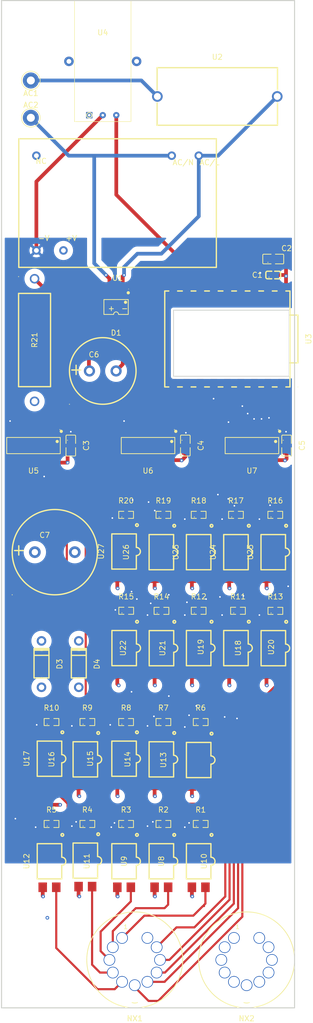
<source format=kicad_pcb>
(kicad_pcb (version 20241229) (generator "pcbnew") (generator_version "9.0")
  (layers (0 "F.Cu" signal) (4 "In1.Cu" signal) (6 "In2.Cu" signal) (2 "B.Cu" signal) (13 "F.Paste" user) (15 "B.Paste" user) (5 "F.SilkS" user "F.Silkscreen") (7 "B.SilkS" user "B.Silkscreen") (1 "F.Mask" user) (3 "B.Mask" user) (25 "Edge.Cuts" user))
  (net 0 "")
  (net 1 "Net-(AC1-Pad1)")
  (net 2 "AC2")
  (net 3 "+5V")
  (net 4 "GND")
  (net 5 "GND-HV")
  (net 6 "+325V")
  (net 7 "+182V")
  (net 8 "AC1")
  (net 9 "Net-(D3-A)")
  (net 10 "/NixieDigit10/Nixie")
  (net 11 "/NixieDigit4/Nixie")
  (net 12 "/NixieDigit3/Nixie")
  (net 13 "/NixieDigit5/Nixie")
  (net 14 "/NixieDigit8/Nixie")
  (net 15 "/NixieDigit6/Nixie")
  (net 16 "/NixieDigit9/Nixie")
  (net 17 "/NixieDigit7/Nixie")
  (net 18 "/NixieDigit1/Nixie")
  (net 19 "/NixieDigit2/Nixie")
  (net 20 "/NixieDigit16/Nixie")
  (net 21 "/NixieDigit11/Nixie")
  (net 22 "/NixieDigit12/Nixie")
  (net 23 "/NixieDigit17/Nixie")
  (net 24 "/NixieDigit20/Nixie")
  (net 25 "/NixieDigit18/Nixie")
  (net 26 "/NixieDigit19/Nixie")
  (net 27 "/NixieDigit15/Nixie")
  (net 28 "/NixieDigit14/Nixie")
  (net 29 "/NixieDigit13/Nixie")
  (net 30 "/NixieDigit1/Digital")
  (net 31 "Net-(U10-A)")
  (net 32 "Net-(U8-A)")
  (net 33 "/NixieDigit2/Digital")
  (net 34 "Net-(U9-A)")
  (net 35 "/NixieDigit3/Digital")
  (net 36 "Net-(U11-A)")
  (net 37 "/NixieDigit4/Digital")
  (net 38 "Net-(U12-A)")
  (net 39 "/NixieDigit5/Digital")
  (net 40 "/NixieDigit6/Digital")
  (net 41 "Net-(U13-A)")
  (net 42 "Net-(U14-A)")
  (net 43 "/NixieDigit7/Digital")
  (net 44 "Net-(U15-A)")
  (net 45 "/NixieDigit8/Digital")
  (net 46 "/NixieDigit9/Digital")
  (net 47 "Net-(U16-A)")
  (net 48 "/NixieDigit10/Digital")
  (net 49 "Net-(U17-A)")
  (net 50 "/NixieDigit12/Digital")
  (net 51 "Net-(U18-A)")
  (net 52 "/NixieDigit13/Digital")
  (net 53 "Net-(U19-A)")
  (net 54 "Net-(U20-A)")
  (net 55 "/NixieDigit11/Digital")
  (net 56 "/NixieDigit14/Digital")
  (net 57 "Net-(U21-A)")
  (net 58 "/NixieDigit15/Digital")
  (net 59 "Net-(U22-A)")
  (net 60 "Net-(U23-A)")
  (net 61 "/NixieDigit16/Digital")
  (net 62 "/NixieDigit17/Digital")
  (net 63 "Net-(U24-A)")
  (net 64 "/NixieDigit18/Digital")
  (net 65 "Net-(U25-A)")
  (net 66 "Net-(U26-A)")
  (net 67 "/NixieDigit19/Digital")
  (net 68 "/NixieDigit20/Digital")
  (net 69 "Net-(U27-A)")
  (net 75 "/Clock")
  (net 76 "/Latch")
  (net 78 "/Data")
  (net 81 "Net-(U3-GP3)")
  (net 83 "/Enable")
  (net 89 "Net-(U5-Q7S)")
  (net 90 "Net-(U6-Q7S)")
  (footprint "footprints:C0805" (layer "F.Cu") (at 254.5 138 -90)
    (property "Reference" "C4")
    (property "Value" "100nF 50V X7R")
  )
  (footprint "footprints:R0603" (layer "F.Cu") (at 243.381306 189.875692)
    (property "Reference" "R8")
    (property "Value" "FRC0603F6340TS")
  )
  (footprint "footprints:C0603" (layer "F.Cu") (at 271 106)
    (property "Reference" "C1")
    (property "Value" "CL10A475KO8NNNC")
  )
  (footprint "footprints:DO-41_BD2.4-L4.7-P8.70-D0.8-RD" (layer "F.Cu") (at 234.5 179 -90)
    (property "Reference" "D4")
    (property "Value" "2EZ91D5")
  )
  (footprint "footprints:SMD-4_L4.6-W6.4-P2.54-LS10.0-BR" (layer "F.Cu") (at 271.018694 176.015659 90)
    (property "Reference" "U20")
    (property "Value" "KAQY214ATLD")
  )
  (footprint "footprints:C0805" (layer "F.Cu") (at 273.5 138 -90)
    (property "Reference" "C5")
    (property "Value" "100nF 50V X7R")
  )
  (footprint "footprints:SMD-4_L4.6-W6.4-P2.54-LS10.0-BR" (layer "F.Cu") (at 229 216 90)
    (property "Reference" "U12")
    (property "Value" "KAQY214ATLD")
  )
  (footprint "footprints:R0603" (layer "F.Cu") (at 264.381306 169)
    (property "Reference" "R11")
    (property "Value" "FRC0603F6340TS")
  )
  (footprint "footprints:CAP-TH_BD16.0-P7.50-D1.2-FD" (layer "F.Cu") (at 230 158)
    (property "Reference" "C7")
    (property "Value" "450BXW47MEFR16X25")
  )
  (footprint "footprints:SMD-4_L4.6-W6.4-P2.54-LS10.0-BR" (layer "F.Cu") (at 257 197 90)
    (property "Reference" "U13")
    (property "Value" "KAQY214ATLD")
  )
  (footprint "footprints:SMD-4_L4.6-W6.4-P2.54-LS10.0-BR" (layer "F.Cu") (at 257 158 90)
    (property "Reference" "U25")
    (property "Value" "KAQY214ATLD")
  )
  (footprint "footprints:R0603" (layer "F.Cu") (at 236.111202 189.875692)
    (property "Reference" "R9")
    (property "Value" "FRC0603F6340TS")
  )
  (footprint "footprints:R0603" (layer "F.Cu") (at 243.4 169)
    (property "Reference" "R15")
    (property "Value" "FRC0603F6340TS")
  )
  (footprint "footprints:R0603" (layer "F.Cu") (at 257 169)
    (property "Reference" "R12")
    (property "Value" "FRC0603F6340TS")
  )
  (footprint "footprints:C0805" (layer "F.Cu") (at 271 103)
    (property "Reference" "C2")
    (property "Value" "100nF 50V X7R")
  )
  (footprint "footprints:R0603" (layer "F.Cu") (at 264 151)
    (property "Reference" "R17")
    (property "Value" "FRC0603F6340TS")
  )
  (footprint "footprints:RES-TH_BD6.0-L17.5-P21.50-D0.8" (layer "F.Cu") (at 226.2 118.2 -90)
    (property "Reference" "R21")
    (property "Value" "CFR03SJ0153AA0_15k")
  )
  (footprint "footprints:SMD-4_L4.6-W6.4-P2.54-LS10.0-BR" (layer "F.Cu") (at 243 216 90)
    (property "Reference" "U9")
    (property "Value" "KAQY214ATLD")
  )
  (footprint "footprints:R0603" (layer "F.Cu") (at 257.381306 209)
    (property "Reference" "R1")
    (property "Value" "FRC0603F6340TS")
  )
  (footprint "footprints:SMD-4_L4.6-W6.4-P2.54-LS10.0-BR" (layer "F.Cu") (at 235.729896 215.875641 90)
    (property "Reference" "U11")
    (property "Value" "KAQY214ATLD")
  )
  (footprint "footprints:SOIC-16_L9.9-W3.9-P1.27-LS6.0-BL" (layer "F.Cu") (at 247.5 138 180)
    (property "Reference" "U6")
    (property "Value" "74HC595D,118")
  )
  (footprint "footprints:SMD-4_L4.6-W6.4-P2.54-LS10.0-BR" (layer "F.Cu") (at 250 216 90)
    (property "Reference" "U8")
    (property "Value" "KAQY214ATLD")
  )
  (footprint "footprints:SOIC-16_L9.9-W3.9-P1.27-LS6.0-BL" (layer "F.Cu") (at 267 138 180)
    (property "Reference" "U7")
    (property "Value" "74HC595D,118")
  )
  (footprint "footprints:R0603" (layer "F.Cu") (at 250.381306 209)
    (property "Reference" "R2")
    (property "Value" "FRC0603F6340TS")
  )
  (footprint "footprints:R0603" (layer "F.Cu") (at 257.381306 189.875692)
    (property "Reference" "R6")
    (property "Value" "FRC0603F6340TS")
  )
  (footprint "footprints:FUSE-TH_L22.5-W10.8-P22.50_0031.8201.G" (layer "F.Cu") (at 260.5 72.5)
    (property "Reference" "U2")
    (property "Value" "16A 20mm 500V 5mm Plugin Fuse")
  )
  (footprint "footprints:R0603" (layer "F.Cu") (at 229.381306 209)
    (property "Reference" "R5")
    (property "Value" "FRC0603F6340TS")
  )
  (footprint "footprints:IN-8_NIXIE" (layer "F.Cu") (at 245 234.5 180)
    (property "Reference" "NX1")
    (property "Value" "IN-8")
  )
  (footprint "footprints:R0603" (layer "F.Cu") (at 250.018694 169.015659)
    (property "Reference" "R14")
    (property "Value" "FRC0603F6340TS")
  )
  (footprint "footprints:R0603" (layer "F.Cu") (at 229.381306 189.875692)
    (property "Reference" "R10")
    (property "Value" "FRC0603F6340TS")
  )
  (footprint "footprints:SMD-4_L4.6-W6.4-P2.54-LS10.0-BR" (layer "F.Cu") (at 257 176 90)
    (property "Reference" "U19")
    (property "Value" "KAQY214ATLD")
  )
  (footprint "TestPoint:TestPoint_THTPad_D3.0mm_Drill1.5mm" (layer "F.Cu") (at 225.5 69.5 180)
    (property "Reference" "AC1")
    (property "Value" "AC ~ 230V")
  )
  (footprint "footprints:PWRM-TH_IRM-03-5-DIP5" (layer "F.Cu") (at 241.780036 92.5 180)
    (property "Reference" "U1")
    (property "Value" "IRM-03-5")
  )
  (footprint "footprints:SOIC-16_L9.9-W3.9-P1.27-LS6.0-BL" (layer "F.Cu") (at 226 138 180)
    (property "Reference" "U5")
    (property "Value" "74HC595D,118")
  )
  (footprint "footprints:SMD-4_L4.6-W6.4-P2.54-LS10.0-BR" (layer "F.Cu") (at 229 196.751333 90)
    (property "Reference" "U17")
    (property "Value" "KAQY214ATLD")
  )
  (footprint "footprints:COMM-SMD_ESP32-ZERO" (layer "F.Cu") (at 261.835027 118 -90)
    (property "Reference" "U3")
    (property "Value" "ESP32-ZERO")
    (fp_poly (pts (xy -5.4 -12.1524) (xy -5.4 9.54765) (xy 6.999924 9.54765) (xy 6.999924 -12.1524)) (stroke (width 0.15)) (fill no) (layer "Edge.Cuts"))
  )
  (footprint "footprints:R0603" (layer "F.Cu") (at 271.4 169.015659)
    (property "Reference" "R13")
    (property "Value" "FRC0603F6340TS")
  )
  (footprint "footprints:SMD-4_L4.6-W6.4-P2.54-LS10.0-BR" (layer "F.Cu") (at 257 216 90)
    (property "Reference" "U10")
    (property "Value" "KAQY214ATLD")
  )
  (footprint "footprints:C0805" (layer "F.Cu") (at 233 138 -90)
    (property "Reference" "C3")
    (property "Value" "100nF 50V X7R")
  )
  (footprint "footprints:SMD-4_L4.6-W6.4-P2.54-LS10.0-BR" (layer "F.Cu") (at 250 196.875692 90)
    (property "Reference" "U14")
    (property "Value" "KAQY214ATLD")
  )
  (footprint "footprints:R0603" (layer "F.Cu") (at 257 151)
    (property "Reference" "R18")
    (property "Value" "FRC0603F6340TS")
  )
  (footprint "footprints:R0603" (layer "F.Cu") (at 243.381306 209)
    (property "Reference" "R3")
    (property "Value" "FRC0603F6340TS")
  )
  (footprint "footprints:R0603" (layer "F.Cu") (at 236.111202 209)
    (property "Reference" "R4")
    (property "Value" "FRC0603F6340TS")
  )
  (footprint "footprints:SMD-4_L4.6-W6.4-P2.54-LS10.0-BR" (layer "F.Cu") (at 243.018694 176 90)
    (property "Reference" "U22")
    (property "Value" "KAQY214ATLD")
  )
  (footprint "footprints:SMD-4_L4.6-W6.4-P2.54-LS10.0-BR" (layer "F.Cu") (at 235.729896 196.875692 90)
    (property "Reference" "U16")
    (property "Value" "KAQY214ATLD")
  )
  (footprint "footprints:IN-8_NIXIE" (layer "F.Cu") (at 266 234.5 180)
    (property "Reference" "NX2")
    (property "Value" "IN-8")
  )
  (footprint "footprints:SMD-4_L4.6-W6.4-P2.54-LS10.0-BR" (layer "F.Cu") (at 243 196.751333 90)
    (property "Reference" "U15")
    (property "Value" "KAQY214ATLD")
  )
  (footprint "footprints:R0603" (layer "F.Cu") (at 250.381306 151)
    (property "Reference" "R19")
    (property "Value" "FRC0603F6340TS")
  )
  (footprint "footprints:CAP-TH_BD12.5-P5.00-D0.6-FD" (layer "F.Cu") (at 239 124)
    (property "Reference" "C6")
    (property "Value" "33uF 500V 5R5-ESR")
  )
  (footprint "footprints:HALL-SENSOR_5P-P2.54-H13.5" (layer "F.Cu") (at 239 76.0125)
    (property "Reference" "U4")
    (property "Value" "QNHC3")
  )
  (footprint "footprints:SMD-4_L4.6-W6.4-P2.54-LS10.0-BR" (layer "F.Cu") (at 264 176 90)
    (property "Reference" "U18")
    (property "Value" "KAQY214ATLD")
  )
  (footprint "TestPoint:TestPoint_THTPad_D3.0mm_Drill1.5mm" (layer "F.Cu") (at 225.5 76.5)
    (property "Reference" "AC2")
    (property "Value" "AC ~ 230V")
  )
  (footprint "footprints:DO-41_BD2.4-L4.7-P8.70-D0.8-RD" (layer "F.Cu") (at 227.5 179 -90)
    (property "Reference" "D3")
    (property "Value" "2EZ91D5")
  )
  (footprint "footprints:SMD-4_L4.6-W6.4-P2.54-LS10.0-BR" (layer "F.Cu") (at 271 158 90)
    (property "Reference" "U23")
    (property "Value" "KAQY214ATLD")
  )
  (footprint "footprints:R0603" (layer "F.Cu") (at 271.381306 151)
    (property "Reference" "R16")
    (property "Value" "FRC0603F6340TS")
  )
  (footprint "footprints:MBS_L4.7-W4.0-P2.50-LS7.0-BL" (layer "F.Cu") (at 241.5 112 180)
    (property "Reference" "D1")
    (property "Value" "MB26S_C475740")
  )
  (footprint "footprints:R0603" (layer "F.Cu") (at 243.381306 151)
    (property "Reference" "R20")
    (property "Value" "FRC0603F6340TS")
  )
  (footprint "footprints:SMD-4_L4.6-W6.4-P2.54-LS10.0-BR" (layer "F.Cu") (at 264 158 90)
    (property "Reference" "U24")
    (property "Value" "KAQY214ATLD")
  )
  (footprint "footprints:SMD-4_L4.6-W6.4-P2.54-LS10.0-BR" (layer "F.Cu") (at 250.018694 176.015659 90)
    (property "Reference" "U21")
    (property "Value" "KAQY214ATLD")
  )
  (footprint "footprints:SMD-4_L4.6-W6.4-P2.54-LS10.0-BR" (layer "F.Cu") (at 243 157.875641 90)
    (property "Reference" "U27")
    (property "Value" "KAQY214ATLD")
  )
  (footprint "footprints:SMD-4_L4.6-W6.4-P2.54-LS10.0-BR" (layer "F.Cu") (at 250 158 90)
    (property "Reference" "U26")
    (property "Value" "KAQY214ATLD")
  )
  (footprint "footprints:R0603" (layer "F.Cu") (at 250.381306 189.875692)
    (property "Reference" "R7")
    (property "Value" "FRC0603F6340TS")
  )
  (gr_rect (start 220 54.5) (end 275 243.5) (stroke (width 0.2)) (fill no) (layer "Edge.Cuts"))
  (segment (start 225.5 69.5) (end 246.250064 69.5) (width 0.7) (layer "B.Cu") (net 1))
  (segment (start 246.250064 69.5) (end 249.250064 72.5) (width 0.7) (layer "B.Cu") (net 1))
  (segment (start 240.249809 106.649809) (end 239.6 106) (width 0.7) (layer "F.Cu") (net 2))
  (segment (start 240.249809 109.1524) (end 240.249809 106.649809) (width 0.7) (layer "F.Cu") (net 2))
  (via (at 239.6 106) (size 0.7) (drill 0.3) (layers "F.Cu" "B.Cu") (net 2))
  (segment (start 237.4 103.8) (end 237.4 83.609982) (width 0.7) (layer "B.Cu") (net 2))
  (segment (start 237.4 83.609982) (end 251.940056 83.609982) (width 0.7) (layer "B.Cu") (net 2))
  (segment (start 239.6 106) (end 237.4 103.8) (width 0.7) (layer "B.Cu") (net 2))
  (segment (start 232.609982 83.609982) (end 237.4 83.609982) (width 0.7) (layer "B.Cu") (net 2))
  (segment (start 225.5 76.5) (end 232.609982 83.609982) (width 0.7) (layer "B.Cu") (net 2))
  (segment (start 254.5 139) (end 254.5 140.1) (width 0.7) (layer "F.Cu") (net 3))
  (segment (start 232.4 141.2) (end 230.909424 141.2) (width 0.7) (layer "F.Cu") (net 3))
  (segment (start 273.135585 140.735585) (end 273.2 140.8) (width 0.7) (layer "F.Cu") (net 3))
  (segment (start 230.909424 141.2) (end 230.445009 140.735585) (width 0.7) (layer "F.Cu") (net 3))
  (segment (start 230.445009 140.735585) (end 230.445009 141.645009) (width 0.7) (layer "F.Cu") (net 3))
  (segment (start 273.4 106.2) (end 273.4 108.640005) (width 0.7) (layer "F.Cu") (net 3))
  (segment (start 273.4 104.4) (end 273.4 106.2) (width 0.7) (layer "F.Cu") (net 3))
  (segment (start 271.445009 140.735585) (end 273.135585 140.735585) (width 0.7) (layer "F.Cu") (net 3))
  (segment (start 232.4 141.2) (end 232.4 139.6) (width 0.7) (layer "F.Cu") (net 3))
  (segment (start 253.735585 140.735585) (end 253.8 140.8) (width 0.7) (layer "F.Cu") (net 3))
  (segment (start 272 103) (end 273.4 104.4) (width 0.7) (layer "F.Cu") (net 3))
  (segment (start 273.4 108.640005) (end 272.540005 109.5) (width 0.7) (layer "F.Cu") (net 3))
  (segment (start 232.4 139.6) (end 233 139) (width 0.7) (layer "F.Cu") (net 3))
  (segment (start 251.945009 140.735585) (end 253.735585 140.735585) (width 0.7) (layer "F.Cu") (net 3))
  (segment (start 254.5 140.1) (end 253.8 140.8) (width 0.7) (layer "F.Cu") (net 3))
  (segment (start 273.5 139) (end 273.5 140.5) (width 0.7) (layer "F.Cu") (net 3))
  (segment (start 271.700025 106) (end 273.2 106) (width 0.7) (layer "F.Cu") (net 3))
  (segment (start 273.2 106) (end 273.4 106.2) (width 0.7) (layer "F.Cu") (net 3))
  (segment (start 273.5 140.5) (end 273.2 140.8) (width 0.7) (layer "F.Cu") (net 3))
  (via (at 273.2 140.8) (size 0.7) (drill 0.3) (layers "F.Cu" "B.Cu") (net 3))
  (via (at 273.4 106.2) (size 0.7) (drill 0.3) (layers "F.Cu" "B.Cu") (net 3))
  (via (at 253.8 140.8) (size 0.7) (drill 0.3) (layers "F.Cu" "B.Cu") (net 3))
  (via (at 232.4 141.2) (size 0.7) (drill 0.3) (layers "F.Cu" "B.Cu") (net 3))
  (segment (start 234.459995 211) (end 234.459995 210.659995) (width 0.7) (layer "F.Cu") (net 4))
  (segment (start 234.459995 210.659995) (end 233.2 209.4) (width 0.7) (layer "F.Cu") (net 4))
  (segment (start 269.724359 153.124359) (end 269.730099 153.124359) (width 0.7) (layer "F.Cu") (net 4))
  (segment (start 255.724359 171.124359) (end 255.730099 171.124359) (width 0.7) (layer "F.Cu") (net 4))
  (segment (start 226.540006 88.472494) (end 226.540006 101.390018) (width 0.7) (layer "F.Cu") (net 4))
  (segment (start 233 137) (end 233 135.4) (width 0.7) (layer "F.Cu") (net 4))
  (segment (start 241.730099 153) (end 240.6 151.869901) (width 0.7) (layer "F.Cu") (net 4))
  (segment (start 254.4 190.8) (end 255.724359 192.124359) (width 0.7) (layer "F.Cu") (net 4))
  (segment (start 262.554991 133.645009) (end 262.6 133.6) (width 0.7) (layer "F.Cu") (net 4))
  (segment (start 239 76.0125) (end 226.540006 88.472494) (width 0.7) (layer "F.Cu") (net 4))
  (segment (start 241.730099 210.730099) (end 240.6 209.6) (width 0.7) (layer "F.Cu") (net 4))
  (segment (start 262.724359 171.124359) (end 262.730099 171.124359) (width 0.7) (layer "F.Cu") (net 4))
  (segment (start 248.730099 153.124359) (end 248.414482 152.808742) (width 0.7) (layer "F.Cu") (net 4))
  (segment (start 248.724359 171.124359) (end 248.730099 171.124359) (width 0.7) (layer "F.Cu") (net 4))
  (segment (start 227.730099 210.930099) (end 226.4 209.6) (width 0.7) (layer "F.Cu") (net 4))
  (segment (start 248.730099 210.730099) (end 247.4 209.4) (width 0.7) (layer "F.Cu") (net 4))
  (segment (start 247.4 190.6) (end 247.4 190.669952) (width 0.7) (layer "F.Cu") (net 4))
  (segment (start 240.4 190.545593) (end 241.730099 191.875692) (width 0.7) (layer "F.Cu") (net 4))
  (segment (start 233.2 190.740056) (end 234.459995 192.000051) (width 0.7) (layer "F.Cu") (net 4))
  (segment (start 254.5 135.7) (end 254.6 135.6) (width 0.7) (layer "F.Cu") (net 4))
  (segment (start 262.554991 135.264415) (end 262.554991 133.645009) (width 0.7) (layer "F.Cu") (net 4))
  (segment (start 255.730099 210.930099) (end 254.4 209.6) (width 0.7) (layer "F.Cu") (net 4))
  (segment (start 221.554991 133.445009) (end 221.6 133.4) (width 0.7) (layer "F.Cu") (net 4))
  (segment (start 240.465686 169.859946) (end 240.465686 169.734314) (width 0.7) (layer "F.Cu") (net 4))
  (segment (start 240.4 190.4) (end 240.4 190.545593) (width 0.7) (layer "F.Cu") (net 4))
  (segment (start 227.730099 191.530099) (end 226.6 190.4) (width 0.7) (layer "F.Cu") (net 4))
  (segment (start 269.724359 171.124359) (end 269.730099 171.124359) (width 0.7) (layer "F.Cu") (net 4))
  (segment (start 268.4 169.8) (end 269.724359 171.124359) (width 0.7) (layer "F.Cu") (net 4))
  (segment (start 247.4 190.669952) (end 248.730099 192.000051) (width 0.7) (layer "F.Cu") (net 4))
  (segment (start 227.730099 211.124359) (end 227.730099 210.930099) (width 0.7) (layer "F.Cu") (net 4))
  (segment (start 273.5 137) (end 273.5 135.5) (width 0.7) (layer "F.Cu") (net 4))
  (segment (start 273.5 135.5) (end 273.4 135.4) (width 0.7) (layer "F.Cu") (net 4))
  (segment (start 261.4 151.8) (end 262.724359 153.124359) (width 0.7) (layer "F.Cu") (net 4))
  (segment (start 270 103) (end 270 104.2) (width 0.7) (layer "F.Cu") (net 4))
  (segment (start 254.4 169.8) (end 255.724359 171.124359) (width 0.7) (layer "F.Cu") (net 4))
  (segment (start 255.724359 192.124359) (end 255.730099 192.124359) (width 0.7) (layer "F.Cu") (net 4))
  (segment (start 262.724359 153.124359) (end 262.730099 153.124359) (width 0.7) (layer "F.Cu") (net 4))
  (segment (start 255.730099 211.124359) (end 255.730099 210.930099) (width 0.7) (layer "F.Cu") (net 4))
  (segment (start 243.054991 133.454991) (end 243 133.4) (width 0.7) (layer "F.Cu") (net 4))
  (segment (start 241.730099 171.124359) (end 240.465686 169.859946) (width 0.7) (layer "F.Cu") (net 4))
  (segment (start 243.054991 135.264415) (end 243.054991 133.454991) (width 0.7) (layer "F.Cu") (net 4))
  (segment (start 254.5 137) (end 254.5 135.7) (width 0.7) (layer "F.Cu") (net 4))
  (segment (start 270.299975 106) (end 269 106) (width 0.7) (layer "F.Cu") (net 4))
  (segment (start 261.4 169.8) (end 262.724359 171.124359) (width 0.7) (layer "F.Cu") (net 4))
  (segment (start 248.414482 150.535196) (end 248.75492 150.194758) (width 0.7) (layer "F.Cu") (net 4))
  (segment (start 227.730099 191.875692) (end 227.730099 191.530099) (width 0.7) (layer "F.Cu") (net 4))
  (segment (start 247.4 169.8) (end 248.724359 171.124359) (width 0.7) (layer "F.Cu") (net 4))
  (segment (start 240.6 151.8) (end 240.8 151.6) (width 0.7) (layer "F.Cu") (net 4))
  (segment (start 268.4 151.8) (end 269.724359 153.124359) (width 0.7) (layer "F.Cu") (net 4))
  (segment (start 270 109.5) (end 270 107) (width 0.7) (layer "F.Cu") (net 4))
  (segment (start 269 106) (end 268.6 105.6) (width 0.7) (layer "F.Cu") (net 4))
  (segment (start 270 107) (end 268.6 105.6) (width 0.7) (layer "F.Cu") (net 4))
  (segment (start 248.414482 152.808742) (end 248.414482 150.535196) (width 0.7) (layer "F.Cu") (net 4))
  (segment (start 221.554991 135.264415) (end 221.554991 133.445009) (width 0.7) (layer "F.Cu") (net 4))
  (segment (start 233.2 190.6) (end 233.2 190.740056) (width 0.7) (layer "F.Cu") (net 4))
  (segment (start 255.724359 153.124359) (end 255.730099 153.124359) (width 0.7) (layer "F.Cu") (net 4))
  (segment (start 240.465686 169.734314) (end 241.365686 168.834314) (width 0.7) (layer "F.Cu") (net 4))
  (segment (start 254.4 151.8) (end 255.724359 153.124359) (width 0.7) (layer "F.Cu") (net 4))
  (segment (start 248.730099 211.124359) (end 248.730099 210.730099) (width 0.7) (layer "F.Cu") (net 4))
  (segment (start 240.6 151.869901) (end 240.6 151.8) (width 0.7) (layer "F.Cu") (net 4))
  (segment (start 241.730099 211.124359) (end 241.730099 210.730099) (width 0.7) (layer "F.Cu") (net 4))
  (segment (start 270 104.2) (end 268.6 105.6) (width 0.7) (layer "F.Cu") (net 4))
  (via (at 247.4 209.4) (size 0.7) (drill 0.3) (layers "F.Cu" "B.Cu") (net 4))
  (via (at 268.6 105.6) (size 0.7) (drill 0.3) (layers "F.Cu" "B.Cu") (net 4))
  (via (at 261.4 169.8) (size 0.7) (drill 0.3) (layers "F.Cu" "B.Cu") (net 4))
  (via (at 243 133.4) (size 0.7) (drill 0.3) (layers "F.Cu" "B.Cu") (net 4))
  (via (at 221.6 133.4) (size 0.7) (drill 0.3) (layers "F.Cu" "B.Cu") (net 4))
  (via (at 240.4 190.4) (size 0.7) (drill 0.3) (layers "F.Cu" "B.Cu") (net 4))
  (via (at 261.4 151.8) (size 0.7) (drill 0.3) (layers "F.Cu" "B.Cu") (net 4))
  (via (at 240.8 151.6) (size 0.7) (drill 0.3) (layers "F.Cu" "B.Cu") (net 4))
  (via (at 254.4 151.8) (size 0.7) (drill 0.3) (layers "F.Cu" "B.Cu") (net 4))
  (via (at 254.4 209.6) (size 0.7) (drill 0.3) (layers "F.Cu" "B.Cu") (net 4))
  (via (at 273.4 135.4) (size 0.7) (drill 0.3) (layers "F.Cu" "B.Cu") (net 4))
  (via (at 233.2 190.6) (size 0.7) (drill 0.3) (layers "F.Cu" "B.Cu") (net 4))
  (via (at 254.4 190.8) (size 0.7) (drill 0.3) (layers "F.Cu" "B.Cu") (net 4))
  (via (at 247.4 169.8) (size 0.7) (drill 0.3) (layers "F.Cu" "B.Cu") (net 4))
  (via (at 248.75492 150.194758) (size 0.7) (drill 0.3) (layers "F.Cu" "B.Cu") (net 4))
  (via (at 254.6 135.6) (size 0.7) (drill 0.3) (layers "F.Cu" "B.Cu") (net 4))
  (via (at 254.4 169.8) (size 0.7) (drill 0.3) (layers "F.Cu" "B.Cu") (net 4))
  (via (at 240.6 209.6) (size 0.7) (drill 0.3) (layers "F.Cu" "B.Cu") (net 4))
  (via (at 233.2 209.4) (size 0.7) (drill 0.3) (layers "F.Cu" "B.Cu") (net 4))
  (via (at 241.365686 168.834314) (size 0.7) (drill 0.3) (layers "F.Cu" "B.Cu") (net 4))
  (via (at 262.6 133.6) (size 0.7) (drill 0.3) (layers "F.Cu" "B.Cu") (net 4))
  (via (at 233 135.4) (size 0.7) (drill 0.3) (layers "F.Cu" "B.Cu") (net 4))
  (via (at 268.4 151.8) (size 0.7) (drill 0.3) (layers "F.Cu" "B.Cu") (net 4))
  (via (at 226.4 209.6) (size 0.7) (drill 0.3) (layers "F.Cu" "B.Cu") (net 4))
  (via (at 268.4 169.8) (size 0.7) (drill 0.3) (layers "F.Cu" "B.Cu") (net 4))
  (via (at 247.4 190.6) (size 0.7) (drill 0.3) (layers "F.Cu" "B.Cu") (net 4))
  (via (at 226.6 190.4) (size 0.7) (drill 0.3) (layers "F.Cu" "B.Cu") (net 4))
  (segment (start 242.750191 114.8476) (end 242.750191 122.749809) (width 0.7) (layer "F.Cu") (net 5))
  (segment (start 248.730099 222.530099) (end 248.8 222.6) (width 0.7) (layer "F.Cu") (net 5))
  (segment (start 269.730099 162.875692) (end 269.730099 164.730099) (width 0.7) (layer "F.Cu") (net 5))
  (segment (start 269.730099 182.930099) (end 269.8 183) (width 0.7) (layer "F.Cu") (net 5))
  (segment (start 248.730099 203.730099) (end 248.8 203.8) (width 0.7) (layer "F.Cu") (net 5))
  (segment (start 262.730099 182.930099) (end 262.8 183) (width 0.7) (layer "F.Cu") (net 5))
  (segment (start 227.730099 222.530099) (end 227.8 222.6) (width 0.7) (layer "F.Cu") (net 5))
  (segment (start 242.750191 122.749809) (end 241.5 124) (width 0.7) (layer "F.Cu") (net 5))
  (segment (start 241.730099 180.875692) (end 241.730099 182.730099) (width 0.7) (layer "F.Cu") (net 5))
  (segment (start 234.459995 222.459995) (end 234.6 222.6) (width 0.7) (layer "F.Cu") (net 5))
  (segment (start 241.730099 182.730099) (end 242 183) (width 0.7) (layer "F.Cu") (net 5))
  (segment (start 255.730099 162.875692) (end 255.730099 164.730099) (width 0.7) (layer "F.Cu") (net 5))
  (segment (start 255.730099 182.930099) (end 255.8 183) (width 0.7) (layer "F.Cu") (net 5))
  (segment (start 255.730099 164.730099) (end 255.8 164.8) (width 0.7) (layer "F.Cu") (net 5))
  (segment (start 255.730099 203.730099) (end 255.8 203.8) (width 0.7) (layer "F.Cu") (net 5))
  (segment (start 255.730099 180.875692) (end 255.730099 182.930099) (width 0.7) (layer "F.Cu") (net 5))
  (segment (start 248.730099 164.730099) (end 248.8 164.8) (width 0.7) (layer "F.Cu") (net 5))
  (segment (start 241.730099 164.730099) (end 241.8 164.8) (width 0.7) (layer "F.Cu") (net 5))
  (segment (start 234.459995 201.751384) (end 234.459995 203.659995) (width 0.7) (layer "F.Cu") (net 5))
  (segment (start 241.730099 222.530099) (end 241.8 222.6) (width 0.7) (layer "F.Cu") (net 5))
  (segment (start 227.730099 204.330099) (end 228.4 205) (width 0.7) (layer "F.Cu") (net 5))
  (segment (start 255.730099 201.875692) (end 255.730099 203.730099) (width 0.7) (layer "F.Cu") (net 5))
  (segment (start 248.730099 180.875692) (end 248.730099 182.930099) (width 0.7) (layer "F.Cu") (net 5))
  (segment (start 269.730099 164.730099) (end 269.8 164.8) (width 0.7) (layer "F.Cu") (net 5))
  (segment (start 262.730099 164.730099) (end 262.8 164.8) (width 0.7) (layer "F.Cu") (net 5))
  (segment (start 241.730099 203.730099) (end 241.8 203.8) (width 0.7) (layer "F.Cu") (net 5))
  (segment (start 262.730099 162.875692) (end 262.730099 164.730099) (width 0.7) (layer "F.Cu") (net 5))
  (segment (start 248.730099 162.875692) (end 248.730099 164.730099) (width 0.7) (layer "F.Cu") (net 5))
  (segment (start 241.730099 162.751333) (end 241.730099 164.730099) (width 0.7) (layer "F.Cu") (net 5))
  (segment (start 248.730099 220.875692) (end 248.730099 222.530099) (width 0.7) (layer "F.Cu") (net 5))
  (segment (start 262.730099 180.875692) (end 262.730099 182.930099) (width 0.7) (layer "F.Cu") (net 5))
  (segment (start 248.730099 182.930099) (end 248.8 183) (width 0.7) (layer "F.Cu") (net 5))
  (segment (start 227.730099 220.875692) (end 227.730099 222.530099) (width 0.7) (layer "F.Cu") (net 5))
  (segment (start 269.730099 180.875692) (end 269.730099 182.930099) (width 0.7) (layer "F.Cu") (net 5))
  (segment (start 234.459995 220.751333) (end 234.459995 222.459995) (width 0.7) (layer "F.Cu") (net 5))
  (segment (start 234.459995 203.659995) (end 234.6 203.8) (width 0.7) (layer "F.Cu") (net 5))
  (segment (start 227.730099 201.627025) (end 227.730099 204.330099) (width 0.7) (layer "F.Cu") (net 5))
  (segment (start 255.730099 220.875692) (end 255.730099 222.530099) (width 0.7) (layer "F.Cu") (net 5))
  (segment (start 228.8 205.4) (end 231 205.4) (width 0.7) (layer "F.Cu") (net 5))
  (segment (start 255.730099 222.530099) (end 255.8 222.6) (width 0.7) (layer "F.Cu") (net 5))
  (segment (start 248.730099 201.751384) (end 248.730099 203.730099) (width 0.7) (layer "F.Cu") (net 5))
  (segment (start 241.730099 201.627025) (end 241.730099 203.730099) (width 0.7) (layer "F.Cu") (net 5))
  (segment (start 241.730099 220.875692) (end 241.730099 222.530099) (width 0.7) (layer "F.Cu") (net 5))
  (segment (start 228.4 205) (end 228.8 205.4) (width 0.7) (layer "F.Cu") (net 5))
  (via (at 241.8 164.8) (size 0.7) (drill 0.3) (layers "F.Cu" "B.Cu") (net 5))
  (via (at 262.8 164.8) (size 0.7) (drill 0.3) (layers "F.Cu" "B.Cu") (net 5))
  (via (at 242 183) (size 0.7) (drill 0.3) (layers "F.Cu" "B.Cu") (net 5))
  (via (at 262.8 183) (size 0.7) (drill 0.3) (layers "F.Cu" "B.Cu") (net 5))
  (via (at 241.8 222.6) (size 0.7) (drill 0.3) (layers "F.Cu" "B.Cu") (net 5))
  (via (at 248.8 183) (size 0.7) (drill 0.3) (layers "F.Cu" "B.Cu") (net 5))
  (via (at 248.8 164.8) (size 0.7) (drill 0.3) (layers "F.Cu" "B.Cu") (net 5))
  (via (at 255.8 183) (size 0.7) (drill 0.3) (layers "F.Cu" "B.Cu") (net 5))
  (via (at 269.8 164.8) (size 0.7) (drill 0.3) (layers "F.Cu" "B.Cu") (net 5))
  (via (at 234.6 222.6) (size 0.7) (drill 0.3) (layers "F.Cu" "B.Cu") (net 5))
  (via (at 255.8 164.8) (size 0.7) (drill 0.3) (layers "F.Cu" "B.Cu") (net 5))
  (via (at 269.8 183) (size 0.7) (drill 0.3) (layers "F.Cu" "B.Cu") (net 5))
  (via (at 241.8 203.8) (size 0.7) (drill 0.3) (layers "F.Cu" "B.Cu") (net 5))
  (via (at 255.8 203.8) (size 0.7) (drill 0.3) (layers "F.Cu" "B.Cu") (net 5))
  (via (at 255.8 222.6) (size 0.7) (drill 0.3) (layers "F.Cu" "B.Cu") (net 5))
  (via (at 227.8 222.6) (size 0.7) (drill 0.3) (layers "F.Cu" "B.Cu") (net 5))
  (via (at 234.6 203.8) (size 0.7) (drill 0.3) (layers "F.Cu" "B.Cu") (net 5))
  (via (at 248.8 222.6) (size 0.7) (drill 0.3) (layers "F.Cu" "B.Cu") (net 5))
  (via (at 248.8 203.8) (size 0.7) (drill 0.3) (layers "F.Cu" "B.Cu") (net 5))
  (via (at 231 205.4) (size 0.7) (drill 0.3) (layers "F.Cu" "B.Cu") (net 5))
  (segment (start 226.2 106.699873) (end 236.4 116.899873) (width 0.7) (layer "F.Cu") (net 6))
  (segment (start 240.249809 114.8476) (end 236.4 118.697409) (width 0.7) (layer "F.Cu") (net 6))
  (segment (start 236.4 116.899873) (end 236.4 118.697409) (width 0.7) (layer "F.Cu") (net 6))
  (segment (start 236.4 118.697409) (end 236.4 123.9) (width 0.7) (layer "F.Cu") (net 6))
  (segment (start 236.4 123.9) (end 236.5 124) (width 0.7) (layer "F.Cu") (net 6))
  (via (at 228.6 226.6) (size 0.7) (drill 0.3) (layers "F.Cu" "B.Cu") (net 7))
  (segment (start 242.750191 106.249809) (end 243 106) (width 0.7) (layer "F.Cu") (net 8))
  (segment (start 242.750191 109.1524) (end 242.750191 106.249809) (width 0.7) (layer "F.Cu") (net 8))
  (via (at 243 106) (size 0.7) (drill 0.3) (layers "F.Cu" "B.Cu") (net 8))
  (segment (start 260.639954 83.609982) (end 257.020066 83.609982) (width 0.7) (layer "B.Cu") (net 8))
  (segment (start 250 102) (end 245.5 102) (width 0.7) (layer "B.Cu") (net 8))
  (segment (start 243 104.5) (end 243 106) (width 0.7) (layer "B.Cu") (net 8))
  (segment (start 271.749936 72.5) (end 260.639954 83.609982) (width 0.7) (layer "B.Cu") (net 8))
  (segment (start 257.020066 83.609982) (end 257.020066 94.979934) (width 0.7) (layer "B.Cu") (net 8))
  (segment (start 257.020066 94.979934) (end 250 102) (width 0.7) (layer "B.Cu") (net 8))
  (segment (start 245.5 102) (end 243 104.5) (width 0.7) (layer "B.Cu") (net 8))
  (segment (start 249.1181 232.1224) (end 252.8405 228.4) (width 0.4) (layer "F.Cu") (net 10))
  (segment (start 262 210.2) (end 259.4 207.6) (width 0.4) (layer "F.Cu") (net 10))
  (segment (start 232.4 205.2) (end 230.270104 203.070104) (width 0.4) (layer "F.Cu") (net 10))
  (segment (start 262 222.6) (end 262 210.2) (width 0.4) (layer "F.Cu") (net 10))
  (segment (start 256.2 228.4) (end 262 222.6) (width 0.4) (layer "F.Cu") (net 10))
  (segment (start 252.8405 228.4) (end 256.2 228.4) (width 0.4) (layer "F.Cu") (net 10))
  (segment (start 230.270104 203.070104) (end 230.270104 201.627025) (width 0.4) (layer "F.Cu") (net 10))
  (segment (start 232.4 207.6) (end 232.4 205.2) (width 0.4) (layer "F.Cu") (net 10))
  (segment (start 259.4 207.6) (end 232.4 207.6) (width 0.4) (layer "F.Cu") (net 10))
  (segment (start 237 235.4) (end 237 220.751333) (width 0.4) (layer "F.Cu") (net 11))
  (segment (start 238.4776 236.8776) (end 237 235.4) (width 0.4) (layer "F.Cu") (net 11))
  (segment (start 240.8819 236.8776) (end 238.4776 236.8776) (width 0.4) (layer "F.Cu") (net 11))
  (segment (start 238.6 229.2) (end 244.270104 223.529896) (width 0.4) (layer "F.Cu") (net 12))
  (segment (start 244.270104 223.529896) (end 244.270104 220.875692) (width 0.4) (layer "F.Cu") (net 12))
  (segment (start 238.6 232.85) (end 238.6 229.2) (width 0.4) (layer "F.Cu") (net 12))
  (segment (start 240.25 234.5) (end 238.6 232.85) (width 0.4) (layer "F.Cu") (net 12))
  (segment (start 242.6224 238.6181) (end 241.2405 240) (width 0.4) (layer "F.Cu") (net 13))
  (segment (start 238 240) (end 230.270104 232.270104) (width 0.4) (layer "F.Cu") (net 13))
  (segment (start 230.270104 232.270104) (end 230.270104 220.875692) (width 0.4) (layer "F.Cu") (net 13))
  (segment (start 241.2405 240) (end 238 240) (width 0.4) (layer "F.Cu") (net 13))
  (segment (start 246.6 206) (end 260.2 206) (width 0.4) (layer "F.Cu") (net 14))
  (segment (start 260.2 206) (end 263.6 209.4) (width 0.4) (layer "F.Cu") (net 14))
  (segment (start 244.270104 203.670104) (end 246.6 206) (width 0.4) (layer "F.Cu") (net 14))
  (segment (start 244.270104 201.627025) (end 244.270104 203.670104) (width 0.4) (layer "F.Cu") (net 14))
  (segment (start 263.6 223.951334) (end 250.673734 236.8776) (width 0.4) (layer "F.Cu") (net 14))
  (segment (start 263.6 209.4) (end 263.6 223.951334) (width 0.4) (layer "F.Cu") (net 14))
  (segment (start 250.673734 236.8776) (end 249.1181 236.8776) (width 0.4) (layer "F.Cu") (net 14))
  (segment (start 245 239.25) (end 245 239.6) (width 0.4) (layer "F.Cu") (net 15))
  (segment (start 245.4905 239.25) (end 245.6224 239.3819) (width 0.2) (layer "F.Cu") (net 15))
  (segment (start 245 239.6) (end 247.6 242.2) (width 0.4) (layer "F.Cu") (net 15))
  (segment (start 265.2 226.4) (end 265.2 208.805588) (width 0.4) (layer "F.Cu") (net 15))
  (segment (start 249.4 242.2) (end 265.2 226.4) (width 0.4) (layer "F.Cu") (net 15))
  (segment (start 265.2 208.805588) (end 258.270104 201.875692) (width 0.4) (layer "F.Cu") (net 15))
  (segment (start 247.6 242.2) (end 249.4 242.2) (width 0.4) (layer "F.Cu") (net 15))
  (segment (start 262.8 223.2) (end 251.5 234.5) (width 0.4) (layer "F.Cu") (net 16))
  (segment (start 237 201.751384) (end 242.048616 206.8) (width 0.4) (layer "F.Cu") (net 16))
  (segment (start 262.8 209.8) (end 262.8 223.2) (width 0.4) (layer "F.Cu") (net 16))
  (segment (start 242.048616 206.8) (end 259.8 206.8) (width 0.4) (layer "F.Cu") (net 16))
  (segment (start 259.8 206.8) (end 262.8 209.8) (width 0.4) (layer "F.Cu") (net 16))
  (segment (start 251.5 234.5) (end 249.75 234.5) (width 0.4) (layer "F.Cu") (net 16))
  (segment (start 251.270104 201.751384) (end 251.270104 204.667104) (width 0.4) (layer "F.Cu") (net 17))
  (segment (start 251.270104 204.667104) (end 251.8 205.197) (width 0.4) (layer "F.Cu") (net 17))
  (segment (start 250.6181 238.6181) (end 247.3776 238.6181) (width 0.4) (layer "F.Cu") (net 17))
  (segment (start 250.6 238.6) (end 250.6181 238.6181) (width 0.4) (layer "F.Cu") (net 17))
  (segment (start 264.4 224.8) (end 250.6 238.6) (width 0.4) (layer "F.Cu") (net 17))
  (segment (start 260.346826 205.197) (end 264.4 209.250174) (width 0.4) (layer "F.Cu") (net 17))
  (segment (start 251.8 205.197) (end 260.346826 205.197) (width 0.4) (layer "F.Cu") (net 17))
  (segment (start 264.4 209.250174) (end 264.4 224.8) (width 0.4) (layer "F.Cu") (net 17))
  (segment (start 246.8043 226.2) (end 256 226.2) (width 0.4) (layer "F.Cu") (net 18))
  (segment (start 258 224.4) (end 258 224.2) (width 0.4) (layer "F.Cu") (net 18))
  (segment (start 258 224.2) (end 258.270104 223.929896) (width 0.4) (layer "F.Cu") (net 18))
  (segment (start 257.8 224.4) (end 258 224.4) (width 0.4) (layer "F.Cu") (net 18))
  (segment (start 242.6224 230.3819) (end 246.8043 226.2) (width 0.4) (layer "F.Cu") (net 18))
  (segment (start 258.270104 223.929896) (end 258.270104 220.875692) (width 0.4) (layer "F.Cu") (net 18))
  (segment (start 256 226.2) (end 257.8 224.4) (width 0.4) (layer "F.Cu") (net 18))
  (segment (start 240.8819 229.1181) (end 240.8819 232.1224) (width 0.4) (layer "F.Cu") (net 19))
  (segment (start 245.2 224.8) (end 240.8819 229.1181) (width 0.4) (layer "F.Cu") (net 19))
  (segment (start 251.270104 224.129896) (end 250.6 224.8) (width 0.4) (layer "F.Cu") (net 19))
  (segment (start 250.6 224.8) (end 245.2 224.8) (width 0.4) (layer "F.Cu") (net 19))
  (segment (start 251.270104 220.875692) (end 251.270104 224.129896) (width 0.4) (layer "F.Cu") (net 19))
  (segment (start 272.275692 162.875692) (end 273.8 164.4) (width 0.4) (layer "F.Cu") (net 20))
  (segment (start 272.270104 162.875692) (end 272.275692 162.875692) (width 0.4) (layer "F.Cu") (net 20))
  (via (at 273.8 164.4) (size 0.7) (drill 0.3) (layers "F.Cu" "B.Cu") (net 20))
  (segment (start 272.288798 180.891351) (end 272.288798 182.191351) (width 0.4) (layer "F.Cu") (net 21))
  (segment (start 272.288798 182.191351) (end 265.280149 189.2) (width 0.4) (layer "F.Cu") (net 21))
  (segment (start 265.280149 189.2) (end 264.2 189.2) (width 0.4) (layer "F.Cu") (net 21))
  (via (at 264.2 189.2) (size 0.7) (drill 0.3) (layers "F.Cu" "B.Cu") (net 21))
  (segment (start 265.270104 180.875692) (end 265.270104 185.529896) (width 0.4) (layer "F.Cu") (net 22))
  (segment (start 265.270104 185.529896) (end 261.8819 188.9181) (width 0.4) (layer "F.Cu") (net 22))
  (via (at 261.8819 188.9181) (size 0.7) (drill 0.3) (layers "F.Cu" "B.Cu") (net 22))
  (segment (start 265.270104 162.875692) (end 265.270104 166.070104) (width 0.4) (layer "F.Cu") (net 23))
  (segment (start 265.270104 166.070104) (end 265.4 166.2) (width 0.4) (layer "F.Cu") (net 23))
  (via (at 265.4 166.2) (size 0.7) (drill 0.3) (layers "F.Cu" "B.Cu") (net 23))
  (segment (start 244.270104 165.270104) (end 244.4 165.4) (width 0.4) (layer "F.Cu") (net 24))
  (segment (start 244.270104 162.751333) (end 244.270104 165.270104) (width 0.4) (layer "F.Cu") (net 24))
  (via (at 244.4 165.4) (size 0.7) (drill 0.3) (layers "F.Cu" "B.Cu") (net 24))
  (segment (start 258.270104 162.875692) (end 258.270104 166.670104) (width 0.4) (layer "F.Cu") (net 25))
  (segment (start 258.270104 166.670104) (end 258.4 166.8) (width 0.4) (layer "F.Cu") (net 25))
  (via (at 258.4 166.8) (size 0.7) (drill 0.3) (layers "F.Cu" "B.Cu") (net 25))
  (segment (start 251.270104 162.875692) (end 251.270104 165.870104) (width 0.4) (layer "F.Cu") (net 26))
  (segment (start 251.270104 165.870104) (end 251.4 166) (width 0.4) (layer "F.Cu") (net 26))
  (via (at 251.4 166) (size 0.7) (drill 0.3) (layers "F.Cu" "B.Cu") (net 26))
  (segment (start 244.288798 180.875692) (end 244.288798 184.088798) (width 0.4) (layer "F.Cu") (net 27))
  (segment (start 244.288798 184.088798) (end 244.4 184.2) (width 0.4) (layer "F.Cu") (net 27))
  (via (at 244.4 184.2) (size 0.7) (drill 0.3) (layers "F.Cu" "B.Cu") (net 27))
  (segment (start 251.288798 180.891351) (end 251.288798 184.888798) (width 0.4) (layer "F.Cu") (net 28))
  (segment (start 251.288798 184.888798) (end 251.4 185) (width 0.4) (layer "F.Cu") (net 28))
  (via (at 251.4 185) (size 0.7) (drill 0.3) (layers "F.Cu" "B.Cu") (net 28))
  (segment (start 258.270104 180.875692) (end 258.270104 185.129896) (width 0.4) (layer "F.Cu") (net 29))
  (segment (start 258.270104 185.129896) (end 256.551 186.849) (width 0.4) (layer "F.Cu") (net 29))
  (via (at 256.551 186.849) (size 0.7) (drill 0.3) (layers "F.Cu" "B.Cu") (net 29))
  (segment (start 255.4 209) (end 255.2 208.8) (width 0.4) (layer "F.Cu") (net 30))
  (segment (start 256.62794 209) (end 255.4 209) (width 0.4) (layer "F.Cu") (net 30))
  (via (at 255.2 208.8) (size 0.7) (drill 0.3) (layers "F.Cu" "B.Cu") (net 30))
  (segment (start 258.270104 211.124359) (end 258.270104 209.135432) (width 0.4) (layer "F.Cu") (net 31))
  (segment (start 258.270104 209.135432) (end 258.134672 209) (width 0.4) (layer "F.Cu") (net 31))
  (segment (start 251.270104 211.124359) (end 251.270104 209.135432) (width 0.4) (layer "F.Cu") (net 32))
  (segment (start 251.270104 209.135432) (end 251.134672 209) (width 0.4) (layer "F.Cu") (net 32))
  (segment (start 249.62794 209) (end 248.8 209) (width 0.4) (layer "F.Cu") (net 33))
  (segment (start 248.8 209) (end 248.4 208.6) (width 0.4) (layer "F.Cu") (net 33))
  (via (at 248.4 208.6) (size 0.7) (drill 0.3) (layers "F.Cu" "B.Cu") (net 33))
  (segment (start 244.270104 211.124359) (end 244.270104 209.135432) (width 0.4) (layer "F.Cu") (net 34))
  (segment (start 244.270104 209.135432) (end 244.134672 209) (width 0.4) (layer "F.Cu") (net 34))
  (segment (start 241.4 209) (end 241.2 208.8) (width 0.4) (layer "F.Cu") (net 35))
  (segment (start 242.62794 209) (end 241.4 209) (width 0.4) (layer "F.Cu") (net 35))
  (via (at 241.2 208.8) (size 0.7) (drill 0.3) (layers "F.Cu" "B.Cu") (net 35))
  (segment (start 237 209.135432) (end 236.864568 209) (width 0.4) (layer "F.Cu") (net 36))
  (segment (start 237 211) (end 237 209.135432) (width 0.4) (layer "F.Cu") (net 36))
  (segment (start 234.4 209) (end 234 208.6) (width 0.4) (layer "F.Cu") (net 37))
  (segment (start 235.357836 209) (end 234.4 209) (width 0.4) (layer "F.Cu") (net 37))
  (via (at 234 208.6) (size 0.7) (drill 0.3) (layers "F.Cu" "B.Cu") (net 37))
  (segment (start 230.270104 211.124359) (end 230.270104 209.135432) (width 0.4) (layer "F.Cu") (net 38))
  (segment (start 230.270104 209.135432) (end 230.134672 209) (width 0.4) (layer "F.Cu") (net 38))
  (segment (start 227.62794 208) (end 222.6 208) (width 0.4) (layer "F.Cu") (net 39))
  (segment (start 228.62794 209) (end 227.62794 208) (width 0.4) (layer "F.Cu") (net 39))
  (via (at 222.6 208) (size 0.7) (drill 0.3) (layers "F.Cu" "B.Cu") (net 39))
  (segment (start 256.475692 189.875692) (end 255.2 188.6) (width 0.4) (layer "F.Cu") (net 40))
  (segment (start 256.62794 189.875692) (end 256.475692 189.875692) (width 0.4) (layer "F.Cu") (net 40))
  (via (at 255.2 188.6) (size 0.7) (drill 0.3) (layers "F.Cu" "B.Cu") (net 40))
  (segment (start 258.270104 192.124359) (end 258.270104 190.011124) (width 0.4) (layer "F.Cu") (net 41))
  (segment (start 258.270104 190.011124) (end 258.134672 189.875692) (width 0.4) (layer "F.Cu") (net 41))
  (segment (start 251.270104 190.011124) (end 251.134672 189.875692) (width 0.4) (layer "F.Cu") (net 42))
  (segment (start 251.270104 192.000051) (end 251.270104 190.011124) (width 0.4) (layer "F.Cu") (net 42))
  (segment (start 249.62794 189.875692) (end 249.62794 189.82794) (width 0.4) (layer "F.Cu") (net 43))
  (segment (start 249.62794 189.82794) (end 248.6 188.8) (width 0.4) (layer "F.Cu") (net 43))
  (via (at 248.6 188.8) (size 0.7) (drill 0.3) (layers "F.Cu" "B.Cu") (net 43))
  (segment (start 244.270104 190.011124) (end 244.134672 189.875692) (width 0.4) (layer "F.Cu") (net 44))
  (segment (start 244.270104 191.875692) (end 244.270104 190.011124) (width 0.4) (layer "F.Cu") (net 44))
  (segment (start 242.62794 189.875692) (end 242.62794 187.97206) (width 0.4) (layer "F.Cu") (net 45))
  (segment (start 246.4 151.4) (end 256.4 141.4) (width 0.4) (layer "F.Cu") (net 45))
  (segment (start 246.4 184.2) (end 246.4 151.4) (width 0.4) (layer "F.Cu") (net 45))
  (segment (start 256.4 141.4) (end 256.4 134.6) (width 0.4) (layer "F.Cu") (net 45))
  (segment (start 242.62794 187.97206) (end 246.4 184.2) (width 0.4) (layer "F.Cu") (net 45))
  (segment (start 251.945009 133.654991) (end 251.945009 135.264415) (width 0.4) (layer "F.Cu") (net 45))
  (segment (start 256.4 134.6) (end 255.4 133.6) (width 0.4) (layer "F.Cu") (net 45))
  (segment (start 252 133.6) (end 251.945009 133.654991) (width 0.4) (layer "F.Cu") (net 45))
  (segment (start 242.62794 189.875692) (end 242.62794 189.82794) (width 0.4) (layer "F.Cu") (net 45))
  (segment (start 255.4 133.6) (end 252 133.6) (width 0.4) (layer "F.Cu") (net 45))
  (segment (start 235.357836 189.875692) (end 235.801 189.432528) (width 0.4) (layer "F.Cu") (net 46))
  (segment (start 235.801 189.432528) (end 235.801 138.850543) (width 0.4) (layer "F.Cu") (net 46))
  (segment (start 237 190.011124) (end 236.864568 189.875692) (width 0.4) (layer "F.Cu") (net 47))
  (segment (start 237 192.000051) (end 237 190.011124) (width 0.4) (layer "F.Cu") (net 47))
  (segment (start 235 136) (end 237.6 136) (width 0.4) (layer "F.Cu") (net 48))
  (segment (start 235 144.2) (end 235 136) (width 0.4) (layer "F.Cu") (net 48))
  (segment (start 232.248936 146.951064) (end 235 144.2) (width 0.4) (layer "F.Cu") (net 48))
  (segment (start 228.62794 189.875692) (end 232.248936 186.254696) (width 0.4) (layer "F.Cu") (net 48))
  (segment (start 232.248936 186.254696) (end 232.248936 146.951064) (width 0.4) (layer "F.Cu") (net 48))
  (segment (start 230.270104 191.875692) (end 230.270104 190.011124) (width 0.4) (layer "F.Cu") (net 49))
  (segment (start 230.270104 190.011124) (end 230.134672 189.875692) (width 0.4) (layer "F.Cu") (net 49))
  (segment (start 263.62794 169) (end 263.6 169) (width 0.4) (layer "F.Cu") (net 50))
  (segment (start 263.6 169) (end 261 166.4) (width 0.4) (layer "F.Cu") (net 50))
  (via (at 261 166.4) (size 0.7) (drill 0.3) (layers "F.Cu" "B.Cu") (net 50))
  (segment (start 265.270104 171.124359) (end 265.270104 169.135432) (width 0.4) (layer "F.Cu") (net 51))
  (segment (start 265.270104 169.135432) (end 265.134672 169) (width 0.4) (layer "F.Cu") (net 51))
  (segment (start 256.246634 169) (end 256.246634 168.846634) (width 0.4) (layer "F.Cu") (net 52))
  (segment (start 256.246634 168.846634) (end 254.8 167.4) (width 0.4) (layer "F.Cu") (net 52))
  (via (at 254.8 167.4) (size 0.7) (drill 0.3) (layers "F.Cu" "B.Cu") (net 52))
  (segment (start 258.270104 169.516738) (end 257.753366 169) (width 0.4) (layer "F.Cu") (net 53))
  (segment (start 258.270104 171.124359) (end 258.270104 169.516738) (width 0.4) (layer "F.Cu") (net 53))
  (segment (start 272.288798 169.151091) (end 272.153366 169.015659) (width 0.4) (layer "F.Cu") (net 54))
  (segment (start 272.288798 171.140018) (end 272.288798 169.151091) (width 0.4) (layer "F.Cu") (net 54))
  (segment (start 248.135001 132.064999) (end 248.135001 135.264415) (width 0.4) (layer "F.Cu") (net 55))
  (segment (start 255.2 131.4) (end 248.8 131.4) (width 0.4) (layer "F.Cu") (net 55))
  (segment (start 266.471104 150.471104) (end 259.4 143.4) (width 0.4) (layer "F.Cu") (net 55))
  (segment (start 259.4 135.6) (end 255.2 131.4) (width 0.4) (layer "F.Cu") (net 55))
  (segment (start 259.4 143.4) (end 259.4 135.6) (width 0.4) (layer "F.Cu") (net 55))
  (segment (start 266.471104 164.840129) (end 266.471104 150.471104) (width 0.4) (layer "F.Cu") (net 55))
  (segment (start 270.646634 169.015659) (end 266.471104 164.840129) (width 0.4) (layer "F.Cu") (net 55))
  (segment (start 248.8 131.4) (end 248.135001 132.064999) (width 0.4) (layer "F.Cu") (net 55))
  (segment (start 249.265328 169.015659) (end 249.265328 168.865328) (width 0.4) (layer "F.Cu") (net 56))
  (segment (start 249.265328 168.865328) (end 248 167.6) (width 0.4) (layer "F.Cu") (net 56))
  (via (at 248 167.6) (size 0.7) (drill 0.3) (layers "F.Cu" "B.Cu") (net 56))
  (segment (start 251.288798 171.140018) (end 251.288798 169.532397) (width 0.4) (layer "F.Cu") (net 57))
  (segment (start 251.288798 169.532397) (end 250.77206 169.015659) (width 0.4) (layer "F.Cu") (net 57))
  (segment (start 242.646634 169) (end 242.646634 167.953366) (width 0.4) (layer "F.Cu") (net 58))
  (segment (start 243.8 166.8) (end 245.4 166.8) (width 0.4) (layer "F.Cu") (net 58))
  (segment (start 242.646634 167.953366) (end 243.8 166.8) (width 0.4) (layer "F.Cu") (net 58))
  (via (at 245.4 166.8) (size 0.7) (drill 0.3) (layers "F.Cu" "B.Cu") (net 58))
  (via (at 247.6 148.6) (size 0.7) (drill 0.3) (layers "F.Cu" "B.Cu") (net 58))
  (segment (start 244.288798 171.124359) (end 244.288798 169.135432) (width 0.4) (layer "F.Cu") (net 59))
  (segment (start 244.288798 169.135432) (end 244.153366 169) (width 0.4) (layer "F.Cu") (net 59))
  (segment (start 272.270104 151.135432) (end 272.134672 151) (width 0.4) (layer "F.Cu") (net 60))
  (segment (start 272.270104 153.124359) (end 272.270104 151.135432) (width 0.4) (layer "F.Cu") (net 60))
  (segment (start 270.175006 132.824994) (end 270.2 132.8) (width 0.4) (layer "F.Cu") (net 61))
  (segment (start 270.175006 135.264415) (end 270.175006 132.824994) (width 0.4) (layer "F.Cu") (net 61))
  (segment (start 270.4 150.77206) (end 270.62794 151) (width 0.4) (layer "F.Cu") (net 61))
  (segment (start 270.4 149.2) (end 270.4 150.77206) (width 0.4) (layer "F.Cu") (net 61))
  (via (at 270.4 149.2) (size 0.7) (drill 0.3) (layers "F.Cu" "B.Cu") (net 61))
  (via (at 270.2 132.8) (size 0.7) (drill 0.3) (layers "F.Cu" "B.Cu") (net 61))
  (segment (start 270.2 149) (end 270.4 149.2) (width 0.4) (layer "B.Cu") (net 61))
  (segment (start 270.2 132.8) (end 270.2 149) (width 0.4) (layer "B.Cu") (net 61))
  (segment (start 263.7 149.3) (end 263.7 150.546634) (width 0.4) (layer "F.Cu") (net 62))
  (segment (start 268.905004 135.264415) (end 268.905004 133.105004) (width 0.4) (layer "F.Cu") (net 62))
  (segment (start 268.905004 133.105004) (end 268.8 133) (width 0.4) (layer "F.Cu") (net 62))
  (segment (start 263.7 150.546634) (end 263.246634 151) (width 0.4) (layer "F.Cu") (net 62))
  (via (at 263.7 149.3) (size 0.7) (drill 0.3) (layers "F.Cu" "B.Cu") (net 62))
  (via (at 268.8 133) (size 0.7) (drill 0.3) (layers "F.Cu" "B.Cu") (net 62))
  (segment (start 268.8 149.8) (end 264.2 149.8) (width 0.4) (layer "B.Cu") (net 62))
  (segment (start 263.6 149.2) (end 263.7 149.3) (width 0.4) (layer "B.Cu") (net 62))
  (segment (start 264.2 149.8) (end 263.6 149.2) (width 0.4) (layer "B.Cu") (net 62))
  (segment (start 268.8 133) (end 268.8 149.8) (width 0.4) (layer "B.Cu") (net 62))
  (segment (start 265.270104 153.124359) (end 265.270104 151.516738) (width 0.4) (layer "F.Cu") (net 63))
  (segment (start 265.270104 151.516738) (end 264.753366 151) (width 0.4) (layer "F.Cu") (net 63))
  (segment (start 262.556239 148) (end 259.246634 148) (width 0.4) (layer "F.Cu") (net 64))
  (segment (start 267.635001 135.264415) (end 267.635001 133.235001) (width 0.4) (layer "F.Cu") (net 64))
  (segment (start 259.246634 148) (end 256.246634 151) (width 0.4) (layer "F.Cu") (net 64))
  (segment (start 267.635001 133.235001) (end 267.4 133) (width 0.4) (layer "F.Cu") (net 64))
  (via (at 267.4 133) (size 0.7) (drill 0.3) (layers "F.Cu" "B.Cu") (net 64))
  (via (at 262.556239 148) (size 0.7) (drill 0.3) (layers "F.Cu" "B.Cu") (net 64))
  (segment (start 267.4 133) (end 267.8 133.4) (width 0.4) (layer "B.Cu") (net 64))
  (segment (start 267.8 133.4) (end 267.8 148) (width 0.4) (layer "B.Cu") (net 64))
  (segment (start 267.8 148) (end 262.556239 148) (width 0.4) (layer "B.Cu") (net 64))
  (segment (start 258.270104 153.124359) (end 258.270104 151.516738) (width 0.4) (layer "F.Cu") (net 65))
  (segment (start 258.270104 151.516738) (end 257.753366 151) (width 0.4) (layer "F.Cu") (net 65))
  (segment (start 251.270104 151.135432) (end 251.134672 151) (width 0.4) (layer "F.Cu") (net 66))
  (segment (start 251.270104 153.124359) (end 251.270104 151.135432) (width 0.4) (layer "F.Cu") (net 66))
  (segment (start 253.955413 146.643761) (end 260.054817 146.643761) (width 0.4) (layer "F.Cu") (net 67))
  (segment (start 266.364999 132.164999) (end 266.2 132) (width 0.4) (layer "F.Cu") (net 67))
  (segment (start 266.364999 135.264415) (end 266.364999 132.164999) (width 0.4) (layer "F.Cu") (net 67))
  (segment (start 249.62794 150.971234) (end 253.955413 146.643761) (width 0.4) (layer "F.Cu") (net 67))
  (segment (start 249.62794 151) (end 249.62794 150.971234) (width 0.4) (layer "F.Cu") (net 67))
  (segment (start 260.054817 146.643761) (end 260.611056 147.2) (width 0.4) (layer "F.Cu") (net 67))
  (via (at 266.2 132) (size 0.7) (drill 0.3) (layers "F.Cu" "B.Cu") (net 67))
  (via (at 260.611056 147.2) (size 0.7) (drill 0.3) (layers "F.Cu" "B.Cu") (net 67))
  (segment (start 266.6 132.4) (end 266.6 147.2) (width 0.4) (layer "B.Cu") (net 67))
  (segment (start 266.6 147.2) (end 260.611056 147.2) (width 0.4) (layer "B.Cu") (net 67))
  (segment (start 266.2 132) (end 266.6 132.4) (width 0.4) (layer "B.Cu") (net 67))
  (segment (start 244.6 149.02794) (end 242.62794 151) (width 0.4) (layer "F.Cu") (net 68))
  (segment (start 244.6 148.2) (end 244.6 149.02794) (width 0.4) (layer "F.Cu") (net 68))
  (segment (start 265.094996 130.705004) (end 265.2 130.6) (width 0.4) (layer "F.Cu") (net 68))
  (segment (start 265.094996 135.264415) (end 265.094996 130.705004) (width 0.4) (layer "F.Cu") (net 68))
  (via (at 244.6 148.2) (size 0.7) (drill 0.3) (layers "F.Cu" "B.Cu") (net 68))
  (via (at 265.2 130.6) (size 0.7) (drill 0.3) (layers "F.Cu" "B.Cu") (net 68))
  (segment (start 265.2 146.4) (end 246.4 146.4) (width 0.4) (layer "B.Cu") (net 68))
  (segment (start 265.2 130.6) (end 265.2 146.4) (width 0.4) (layer "B.Cu") (net 68))
  (segment (start 246.4 146.4) (end 244.6 148.2) (width 0.4) (layer "B.Cu") (net 68))
  (segment (start 244.270104 151.135432) (end 244.134672 151) (width 0.4) (layer "F.Cu") (net 69))
  (segment (start 244.270104 153) (end 244.270104 151.135432) (width 0.4) (layer "F.Cu") (net 69))
  (segment (start 227.905004 140.735585) (end 227.905004 143.705004) (width 0.4) (layer "F.Cu") (net 78))
  (segment (start 259.83998 128.76002) (end 259.8 128.8) (width 0.4) (layer "F.Cu") (net 78))
  (segment (start 259.83998 129.16002) (end 259.8 129.2) (width 0.4) (layer "F.Cu") (net 78))
  (segment (start 259.83998 126.5) (end 259.83998 128.76002) (width 0.4) (layer "F.Cu") (net 78))
  (segment (start 259.83998 128.76002) (end 259.83998 129.16002) (width 0.4) (layer "F.Cu") (net 78))
  (segment (start 227.905004 143.705004) (end 228 143.8) (width 0.4) (layer "F.Cu") (net 78))
  (via (at 228 143.8) (size 0.7) (drill 0.3) (layers "F.Cu" "B.Cu") (net 78))
  (via (at 259.8 129.2) (size 0.7) (drill 0.3) (layers "F.Cu" "B.Cu") (net 78))
  (segment (start 228.8 144.6) (end 228 143.8) (width 0.4) (layer "B.Cu") (net 78))
  (segment (start 259.8 129.2) (end 259.8 144.6) (width 0.4) (layer "B.Cu") (net 78))
  (segment (start 259.8 144.6) (end 228.8 144.6) (width 0.4) (layer "B.Cu") (net 78))
  (segment (start 258 102.4) (end 259.83998 104.23998) (width 0.7) (layer "F.Cu") (net 81))
  (segment (start 253 102.4) (end 258 102.4) (width 0.7) (layer "F.Cu") (net 81))
  (segment (start 241.54 90.94) (end 253 102.4) (width 0.7) (layer "F.Cu") (net 81))
  (segment (start 241.54 76.0125) (end 241.54 90.94) (width 0.7) (layer "F.Cu") (net 81))
  (segment (start 259.83998 104.23998) (end 259.83998 109.5) (width 0.7) (layer "F.Cu") (net 81))
  (zone (net 4) (net_name "GND") (layer "B.Cu") (priority 1) (connect_pads (clearance 1)) (min_thickness 0.25) (fill yes (thermal_gap 0.5) (thermal_bridge_width 0.5))
    (polygon (pts (xy 274.4 216.4) (xy 274.604174 99) (xy 220.6 99) (xy 220.6 216.4)))
  )
)
</source>
